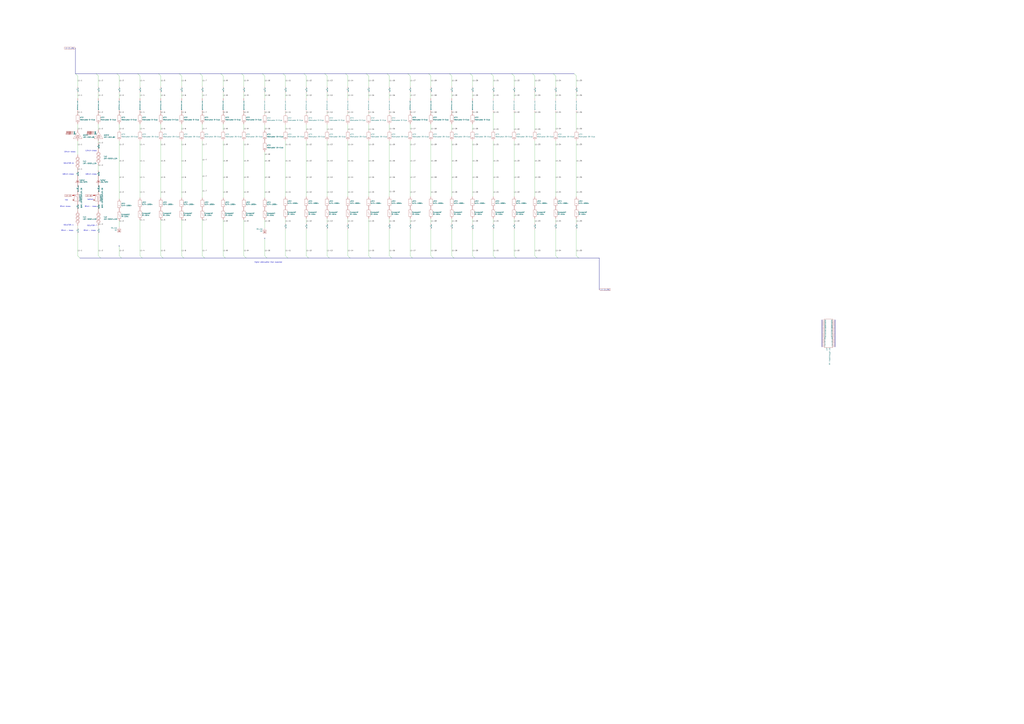
<source format=kicad_sch>
(kicad_sch (version 20230121) (generator eeschema)
  (paper "A0")
  (no_connect (at 954.405 391.16))
  (no_connect (at 954.405 378.46))
  (no_connect (at 954.405 393.7))
  (no_connect (at 969.645 377.19))
  (no_connect (at 969.645 394.97))
  (no_connect (at 969.645 401.32))
  (no_connect (at 954.405 377.19))
  (no_connect (at 954.405 384.81))
  (no_connect (at 954.405 394.97))
  (no_connect (at 969.645 398.78))
  (no_connect (at 954.405 397.51))
  (no_connect (at 969.645 384.81))
  (no_connect (at 969.645 373.38))
  (no_connect (at 954.405 398.78))
  (no_connect (at 954.405 382.27))
  (no_connect (at 969.645 391.16))
  (no_connect (at 954.405 373.38))
  (no_connect (at 969.645 396.24))
  (no_connect (at 969.645 379.73))
  (no_connect (at 969.645 386.08))
  (no_connect (at 969.645 383.54))
  (no_connect (at 969.645 381))
  (no_connect (at 954.405 383.54))
  (no_connect (at 138.43 285.75))
  (no_connect (at 954.405 375.92))
  (no_connect (at 954.405 386.08))
  (no_connect (at 307.34 276.86))
  (no_connect (at 954.405 392.43))
  (no_connect (at 954.405 401.32))
  (no_connect (at 954.405 379.73))
  (no_connect (at 969.645 378.46))
  (no_connect (at 969.645 374.65))
  (no_connect (at 954.405 374.65))
  (no_connect (at 969.645 402.59))
  (no_connect (at 969.645 387.35))
  (no_connect (at 969.645 388.62))
  (no_connect (at 969.645 389.89))
  (no_connect (at 954.405 402.59))
  (no_connect (at 969.645 392.43))
  (no_connect (at 969.645 372.11))
  (no_connect (at 969.645 375.92))
  (no_connect (at 954.405 372.11))
  (no_connect (at 969.645 400.05))
  (no_connect (at 969.645 397.51))
  (no_connect (at 954.405 381))
  (no_connect (at 969.645 393.7))
  (no_connect (at 954.405 389.89))
  (no_connect (at 954.405 387.35))
  (no_connect (at 954.405 400.05))
  (no_connect (at 954.405 396.24))
  (no_connect (at 954.405 388.62))
  (no_connect (at 969.645 382.27))
  (bus_entry (at 331.47 88.265) (size -2.54 -2.54))
  (bus_entry (at 259.08 88.265) (size -2.54 -2.54))
  (bus_entry (at 524.51 88.265) (size -2.54 -2.54))
  (bus_entry (at 452.12 88.265) (size -2.54 -2.54))
  (bus_entry (at 645.16 297.18) (size 2.54 2.54))
  (bus_entry (at 186.69 88.265) (size -2.54 -2.54))
  (bus_entry (at 452.12 297.18) (size 2.54 2.54))
  (bus_entry (at 500.38 88.265) (size -2.54 -2.54))
  (bus_entry (at 210.82 88.265) (size -2.54 -2.54))
  (bus_entry (at 500.38 297.18) (size 2.54 2.54))
  (bus_entry (at 379.73 88.265) (size -2.54 -2.54))
  (bus_entry (at 210.82 297.18) (size 2.54 2.54))
  (bus_entry (at 138.43 297.18) (size 2.54 2.54))
  (bus_entry (at 90.17 88.265) (size -2.54 -2.54))
  (bus_entry (at 427.99 297.18) (size 2.54 2.54))
  (bus_entry (at 234.95 88.265) (size -2.54 -2.54))
  (bus_entry (at 90.17 297.18) (size 2.54 2.54))
  (bus_entry (at 476.25 297.18) (size 2.54 2.54))
  (bus_entry (at 331.47 297.18) (size 2.54 2.54))
  (bus_entry (at 621.03 88.265) (size -2.54 -2.54))
  (bus_entry (at 669.29 297.18) (size 2.54 2.54))
  (bus_entry (at 162.56 297.18) (size 2.54 2.54))
  (bus_entry (at 283.21 297.18) (size 2.54 2.54))
  (bus_entry (at 596.9 297.18) (size 2.54 2.54))
  (bus_entry (at 307.34 297.18) (size 2.54 2.54))
  (bus_entry (at 355.6 88.265) (size -2.54 -2.54))
  (bus_entry (at 259.08 297.18) (size 2.54 2.54))
  (bus_entry (at 162.56 88.265) (size -2.54 -2.54))
  (bus_entry (at 307.34 88.265) (size -2.54 -2.54))
  (bus_entry (at 186.69 297.18) (size 2.54 2.54))
  (bus_entry (at 548.64 88.265) (size -2.54 -2.54))
  (bus_entry (at 379.73 297.18) (size 2.54 2.54))
  (bus_entry (at 114.3 88.265) (size -2.54 -2.54))
  (bus_entry (at 548.64 297.18) (size 2.54 2.54))
  (bus_entry (at 572.77 88.265) (size -2.54 -2.54))
  (bus_entry (at 114.3 297.18) (size 2.54 2.54))
  (bus_entry (at 355.6 297.18) (size 2.54 2.54))
  (bus_entry (at 524.51 297.18) (size 2.54 2.54))
  (bus_entry (at 645.16 88.265) (size -2.54 -2.54))
  (bus_entry (at 427.99 88.265) (size -2.54 -2.54))
  (bus_entry (at 403.86 88.265) (size -2.54 -2.54))
  (bus_entry (at 403.86 297.18) (size 2.54 2.54))
  (bus_entry (at 669.29 88.265) (size -2.54 -2.54))
  (bus_entry (at 621.03 297.18) (size 2.54 2.54))
  (bus_entry (at 234.95 297.18) (size 2.54 2.54))
  (bus_entry (at 138.43 88.265) (size -2.54 -2.54))
  (bus_entry (at 596.9 88.265) (size -2.54 -2.54))
  (bus_entry (at 283.21 88.265) (size -2.54 -2.54))
  (bus_entry (at 476.25 88.265) (size -2.54 -2.54))
  (bus_entry (at 572.77 297.18) (size 2.54 2.54))
  (wire (pts (xy 210.82 255.27) (xy 210.82 297.18)))
  (wire (pts (xy 645.16 163.83) (xy 645.16 228.6)))
  (bus (pts (xy 642.62 85.725) (xy 618.49 85.725)))
  (wire (pts (xy 403.86 266.7) (xy 403.86 297.18)))
  (wire (pts (xy 476.25 88.265) (xy 476.25 100.33)))
  (wire (pts (xy 114.3 243.84) (xy 114.3 244.475)))
  (wire (pts (xy 596.9 266.7) (xy 596.9 297.18)))
  (bus (pts (xy 208.28 85.725) (xy 184.15 85.725)))
  (wire (pts (xy 572.77 88.265) (xy 572.77 100.33)))
  (bus (pts (xy 213.36 299.72) (xy 237.49 299.72)))
  (wire (pts (xy 162.56 255.27) (xy 162.56 297.18)))
  (wire (pts (xy 500.38 266.7) (xy 500.38 297.18)))
  (wire (pts (xy 379.73 254) (xy 379.73 259.08)))
  (wire (pts (xy 572.77 107.95) (xy 572.77 114.3)))
  (wire (pts (xy 259.08 144.145) (xy 259.08 151.13)))
  (bus (pts (xy 87.63 85.725) (xy 87.63 55.88)))
  (bus (pts (xy 140.97 299.72) (xy 165.1 299.72)))
  (wire (pts (xy 186.69 130.81) (xy 186.69 131.445)))
  (wire (pts (xy 476.25 254) (xy 476.25 259.08)))
  (wire (pts (xy 645.16 107.95) (xy 645.16 114.3)))
  (wire (pts (xy 355.6 88.265) (xy 355.6 100.33)))
  (bus (pts (xy 328.93 85.725) (xy 304.8 85.725)))
  (wire (pts (xy 500.38 88.265) (xy 500.38 100.33)))
  (wire (pts (xy 669.29 163.83) (xy 669.29 228.6)))
  (wire (pts (xy 186.69 107.95) (xy 186.69 114.3)))
  (bus (pts (xy 623.57 299.72) (xy 647.7 299.72)))
  (wire (pts (xy 500.38 163.83) (xy 500.38 228.6)))
  (wire (pts (xy 355.6 107.95) (xy 355.6 114.3)))
  (wire (pts (xy 524.51 107.95) (xy 524.51 114.3)))
  (wire (pts (xy 90.17 144.145) (xy 90.17 150.495)))
  (wire (pts (xy 452.12 163.83) (xy 452.12 228.6)))
  (wire (pts (xy 114.3 262.255) (xy 114.3 264.16)))
  (wire (pts (xy 476.25 107.95) (xy 476.25 114.3)))
  (wire (pts (xy 331.47 130.81) (xy 331.47 132.08)))
  (bus (pts (xy 353.06 85.725) (xy 328.93 85.725)))
  (wire (pts (xy 572.77 130.81) (xy 572.77 151.13)))
  (wire (pts (xy 500.38 130.81) (xy 500.38 131.445)))
  (wire (pts (xy 524.51 130.81) (xy 524.51 131.445)))
  (wire (pts (xy 331.47 163.83) (xy 331.47 228.6)))
  (wire (pts (xy 162.56 130.81) (xy 162.56 131.445)))
  (wire (pts (xy 427.99 254) (xy 427.99 297.18)))
  (wire (pts (xy 500.38 144.145) (xy 500.38 151.13)))
  (wire (pts (xy 307.34 176.53) (xy 307.34 229.87)))
  (wire (pts (xy 379.73 107.95) (xy 379.73 114.3)))
  (bus (pts (xy 497.84 85.725) (xy 473.71 85.725)))
  (wire (pts (xy 645.16 266.7) (xy 645.16 297.18)))
  (bus (pts (xy 256.54 85.725) (xy 232.41 85.725)))
  (wire (pts (xy 90.17 130.81) (xy 90.17 131.445)))
  (bus (pts (xy 377.19 85.725) (xy 353.06 85.725)))
  (wire (pts (xy 669.29 130.81) (xy 669.29 151.13)))
  (wire (pts (xy 90.17 197.485) (xy 90.17 198.12)))
  (wire (pts (xy 355.6 266.7) (xy 355.6 297.18)))
  (wire (pts (xy 307.34 130.81) (xy 307.34 132.08)))
  (bus (pts (xy 521.97 85.725) (xy 497.84 85.725)))
  (wire (pts (xy 307.34 88.265) (xy 307.34 100.33)))
  (bus (pts (xy 160.02 85.725) (xy 135.89 85.725)))
  (wire (pts (xy 476.25 266.7) (xy 476.25 297.18)))
  (bus (pts (xy 334.01 299.72) (xy 358.14 299.72)))
  (wire (pts (xy 234.95 255.27) (xy 234.95 297.18)))
  (bus (pts (xy 309.88 299.72) (xy 334.01 299.72)))
  (wire (pts (xy 355.6 163.83) (xy 355.6 228.6)))
  (wire (pts (xy 114.3 191.77) (xy 114.3 198.12)))
  (wire (pts (xy 572.77 266.7) (xy 572.77 297.18)))
  (wire (pts (xy 307.34 107.95) (xy 307.34 114.3)))
  (bus (pts (xy 551.18 299.72) (xy 575.31 299.72)))
  (wire (pts (xy 452.12 130.81) (xy 452.12 132.08)))
  (wire (pts (xy 669.29 266.7) (xy 669.29 297.18)))
  (wire (pts (xy 621.03 254) (xy 621.03 259.08)))
  (bus (pts (xy 449.58 85.725) (xy 425.45 85.725)))
  (bus (pts (xy 135.89 85.725) (xy 111.76 85.725)))
  (wire (pts (xy 452.12 107.95) (xy 452.12 114.3)))
  (wire (pts (xy 138.43 144.145) (xy 138.43 151.13)))
  (wire (pts (xy 283.21 130.81) (xy 283.21 131.445)))
  (bus (pts (xy 189.23 299.72) (xy 213.36 299.72)))
  (wire (pts (xy 90.17 243.84) (xy 90.17 244.475)))
  (wire (pts (xy 452.12 266.7) (xy 452.12 297.18)))
  (wire (pts (xy 283.21 107.95) (xy 283.21 114.3)))
  (wire (pts (xy 114.3 88.265) (xy 114.3 100.33)))
  (wire (pts (xy 234.95 107.95) (xy 234.95 114.3)))
  (bus (pts (xy 695.96 299.72) (xy 695.96 336.55)))
  (wire (pts (xy 283.21 163.83) (xy 283.21 229.87)))
  (bus (pts (xy 430.53 299.72) (xy 454.66 299.72)))
  (wire (pts (xy 596.9 163.83) (xy 596.9 228.6)))
  (wire (pts (xy 331.47 254) (xy 331.47 259.08)))
  (wire (pts (xy 452.12 144.78) (xy 452.12 151.13)))
  (wire (pts (xy 403.86 107.95) (xy 403.86 114.3)))
  (wire (pts (xy 476.25 144.145) (xy 476.25 150.495)))
  (bus (pts (xy 261.62 299.72) (xy 285.75 299.72)))
  (wire (pts (xy 379.73 266.7) (xy 379.73 297.18)))
  (bus (pts (xy 358.14 299.72) (xy 382.27 299.72)))
  (wire (pts (xy 548.64 144.145) (xy 548.64 151.13)))
  (bus (pts (xy 594.36 85.725) (xy 570.23 85.725)))
  (wire (pts (xy 403.86 144.78) (xy 403.86 151.13)))
  (wire (pts (xy 307.34 144.78) (xy 307.34 151.13)))
  (wire (pts (xy 331.47 107.95) (xy 331.47 114.3)))
  (wire (pts (xy 596.9 254) (xy 596.9 259.08)))
  (wire (pts (xy 427.99 144.78) (xy 427.99 151.13)))
  (wire (pts (xy 138.43 163.83) (xy 138.43 231.14)))
  (wire (pts (xy 90.17 262.255) (xy 90.17 264.16)))
  (wire (pts (xy 234.95 88.265) (xy 234.95 100.33)))
  (bus (pts (xy 546.1 85.725) (xy 521.97 85.725)))
  (wire (pts (xy 596.9 88.265) (xy 596.9 100.33)))
  (wire (pts (xy 572.77 163.83) (xy 572.77 228.6)))
  (wire (pts (xy 524.51 266.7) (xy 524.51 297.18)))
  (wire (pts (xy 210.82 144.145) (xy 210.82 151.13)))
  (wire (pts (xy 524.51 88.265) (xy 524.51 100.33)))
  (wire (pts (xy 186.69 144.145) (xy 186.69 151.13)))
  (wire (pts (xy 403.86 254) (xy 403.86 259.08)))
  (wire (pts (xy 138.43 88.265) (xy 138.43 100.33)))
  (wire (pts (xy 138.43 130.81) (xy 138.43 131.445)))
  (wire (pts (xy 500.38 107.95) (xy 500.38 114.3)))
  (wire (pts (xy 500.38 254) (xy 500.38 259.08)))
  (bus (pts (xy 280.67 85.725) (xy 256.54 85.725)))
  (wire (pts (xy 524.51 254) (xy 524.51 259.08)))
  (bus (pts (xy 92.71 299.72) (xy 116.84 299.72)))
  (wire (pts (xy 259.08 255.27) (xy 259.08 297.18)))
  (bus (pts (xy 570.23 85.725) (xy 546.1 85.725)))
  (wire (pts (xy 259.08 107.95) (xy 259.08 114.3)))
  (wire (pts (xy 452.12 254) (xy 452.12 259.08)))
  (wire (pts (xy 90.17 163.83) (xy 90.17 179.705)))
  (wire (pts (xy 476.25 163.83) (xy 476.25 228.6)))
  (wire (pts (xy 621.03 130.81) (xy 621.03 151.13)))
  (wire (pts (xy 476.25 130.81) (xy 476.25 131.445)))
  (bus (pts (xy 502.92 299.72) (xy 527.05 299.72)))
  (wire (pts (xy 524.51 144.145) (xy 524.51 151.13)))
  (wire (pts (xy 331.47 88.265) (xy 331.47 100.33)))
  (wire (pts (xy 379.73 163.83) (xy 379.73 228.6)))
  (wire (pts (xy 403.86 163.83) (xy 403.86 228.6)))
  (bus (pts (xy 527.05 299.72) (xy 551.18 299.72)))
  (bus (pts (xy 671.83 299.72) (xy 695.96 299.72)))
  (wire (pts (xy 379.73 88.265) (xy 379.73 100.33)))
  (bus (pts (xy 454.66 299.72) (xy 478.79 299.72)))
  (wire (pts (xy 427.99 88.265) (xy 427.99 100.33)))
  (wire (pts (xy 162.56 107.95) (xy 162.56 114.3)))
  (wire (pts (xy 355.6 130.81) (xy 355.6 132.08)))
  (wire (pts (xy 210.82 130.81) (xy 210.82 131.445)))
  (wire (pts (xy 596.9 107.95) (xy 596.9 114.3)))
  (wire (pts (xy 210.82 88.265) (xy 210.82 100.33)))
  (wire (pts (xy 645.16 254) (xy 645.16 259.08)))
  (wire (pts (xy 283.21 255.27) (xy 283.21 297.18)))
  (wire (pts (xy 355.6 144.78) (xy 355.6 151.13)))
  (bus (pts (xy 237.49 299.72) (xy 261.62 299.72)))
  (wire (pts (xy 548.64 130.81) (xy 548.64 131.445)))
  (wire (pts (xy 452.12 88.265) (xy 452.12 100.33)))
  (wire (pts (xy 572.77 254) (xy 572.77 259.08)))
  (wire (pts (xy 548.64 267.335) (xy 548.64 297.18)))
  (wire (pts (xy 259.08 88.265) (xy 259.08 100.33)))
  (bus (pts (xy 285.75 299.72) (xy 309.88 299.72)))
  (wire (pts (xy 621.03 107.95) (xy 621.03 114.3)))
  (bus (pts (xy 165.1 299.72) (xy 189.23 299.72)))
  (wire (pts (xy 90.17 107.95) (xy 90.17 114.3)))
  (wire (pts (xy 548.64 107.95) (xy 548.64 114.3)))
  (wire (pts (xy 427.99 163.83) (xy 427.99 228.6)))
  (wire (pts (xy 259.08 163.83) (xy 259.08 229.87)))
  (wire (pts (xy 548.64 254) (xy 548.64 259.715)))
  (bus (pts (xy 304.8 85.725) (xy 280.67 85.725)))
  (bus (pts (xy 599.44 299.72) (xy 623.57 299.72)))
  (wire (pts (xy 162.56 163.83) (xy 162.56 229.87)))
  (bus (pts (xy 382.27 299.72) (xy 406.4 299.72)))
  (wire (pts (xy 427.99 130.81) (xy 427.99 132.08)))
  (wire (pts (xy 186.69 255.27) (xy 186.69 297.18)))
  (wire (pts (xy 138.43 256.54) (xy 138.43 263.525)))
  (wire (pts (xy 379.73 130.81) (xy 379.73 132.08)))
  (wire (pts (xy 259.08 130.81) (xy 259.08 131.445)))
  (wire (pts (xy 621.03 88.265) (xy 621.03 100.33)))
  (wire (pts (xy 379.73 144.78) (xy 379.73 151.13)))
  (wire (pts (xy 331.47 266.7) (xy 331.47 297.18)))
  (wire (pts (xy 307.34 276.86) (xy 307.34 297.18)))
  (wire (pts (xy 138.43 285.75) (xy 138.43 297.18)))
  (wire (pts (xy 548.64 163.83) (xy 548.64 228.6)))
  (wire (pts (xy 114.3 163.83) (xy 114.3 166.37)))
  (bus (pts (xy 401.32 85.725) (xy 377.19 85.725)))
  (wire (pts (xy 162.56 144.145) (xy 162.56 151.13)))
  (wire (pts (xy 669.29 254) (xy 669.29 259.08)))
  (wire (pts (xy 114.3 130.81) (xy 114.3 131.445)))
  (wire (pts (xy 186.69 88.265) (xy 186.69 100.33)))
  (wire (pts (xy 331.47 144.78) (xy 331.47 151.13)))
  (bus (pts (xy 478.79 299.72) (xy 502.92 299.72)))
  (wire (pts (xy 548.64 88.265) (xy 548.64 100.33)))
  (wire (pts (xy 114.3 107.95) (xy 114.3 114.3)))
  (bus (pts (xy 473.71 85.725) (xy 449.58 85.725)))
  (wire (pts (xy 210.82 163.83) (xy 210.82 229.87)))
  (wire (pts (xy 403.86 130.81) (xy 403.86 132.08)))
  (wire (pts (xy 645.16 130.81) (xy 645.16 151.13)))
  (wire (pts (xy 621.03 266.7) (xy 621.03 297.18)))
  (wire (pts (xy 645.16 88.265) (xy 645.16 100.33)))
  (bus (pts (xy 425.45 85.725) (xy 401.32 85.725)))
  (wire (pts (xy 283.21 144.145) (xy 283.21 151.13)))
  (wire (pts (xy 162.56 88.265) (xy 162.56 100.33)))
  (bus (pts (xy 618.49 85.725) (xy 594.36 85.725)))
  (wire (pts (xy 283.21 88.265) (xy 283.21 100.33)))
  (wire (pts (xy 669.29 88.265) (xy 669.29 100.33)))
  (wire (pts (xy 307.34 255.27) (xy 307.34 264.795)))
  (wire (pts (xy 90.17 271.78) (xy 90.17 297.18)))
  (wire (pts (xy 90.17 88.265) (xy 90.17 100.33)))
  (wire (pts (xy 138.43 107.95) (xy 138.43 114.3)))
  (bus (pts (xy 666.75 85.725) (xy 642.62 85.725)))
  (wire (pts (xy 621.03 163.83) (xy 621.03 228.6)))
  (wire (pts (xy 234.95 163.83) (xy 234.95 229.87)))
  (wire (pts (xy 524.51 163.83) (xy 524.51 228.6)))
  (bus (pts (xy 116.84 299.72) (xy 140.97 299.72)))
  (wire (pts (xy 355.6 254) (xy 355.6 259.08)))
  (wire (pts (xy 427.99 107.95) (xy 427.99 114.3)))
  (wire (pts (xy 669.29 107.95) (xy 669.29 114.3)))
  (bus (pts (xy 406.4 299.72) (xy 430.53 299.72)))
  (wire (pts (xy 234.95 144.145) (xy 234.95 151.13)))
  (bus (pts (xy 111.76 85.725) (xy 87.63 85.725)))
  (wire (pts (xy 234.95 130.81) (xy 234.95 131.445)))
  (bus (pts (xy 232.41 85.725) (xy 208.28 85.725)))
  (bus (pts (xy 184.15 85.725) (xy 160.02 85.725)))
  (wire (pts (xy 596.9 130.81) (xy 596.9 151.13)))
  (bus (pts (xy 575.31 299.72) (xy 599.44 299.72)))
  (wire (pts (xy 210.82 107.95) (xy 210.82 114.3)))
  (wire (pts (xy 114.3 271.78) (xy 114.3 297.18)))
  (wire (pts (xy 403.86 88.265) (xy 403.86 100.33)))
  (wire (pts (xy 114.3 144.145) (xy 114.3 150.495)))
  (wire (pts (xy 186.69 163.83) (xy 186.69 229.87)))
  (bus (pts (xy 647.7 299.72) (xy 671.83 299.72)))
  (text "ISOLATOR-7" (at 100.965 262.89 0) (effects (font (size 1.27 1.27)) (justify left bottom)))
  (text "8inch - brass" (at 71.12 268.605 0) (effects (font (size 1.27 1.27)) (justify left bottom)))
  (text "8inch - brass" (at 97.155 268.605 0) (effects (font (size 1.27 1.27)) (justify left bottom)))
  (text "12inch-brass" (at 74.295 177.165 0) (effects (font (size 1.27 1.27)) (justify left bottom)))
  (text "ISOLATOR-4" (at 73.66 262.255 0) (effects (font (size 1.27 1.27)) (justify left bottom)))
  (text "12inch-brass" (at 99.06 175.895 0) (effects (font (size 1.27 1.27)) (justify left bottom)))
  (text "ISOLATOR-6" (at 73.66 190.5 0) (effects (font (size 1.27 1.27)) (justify left bottom)))
  (text "higher attenuation than expected\n" (at 295.275 305.435 0) (effects (font (size 1.27 1.27)) (justify left bottom)))
  (text "top" (at 75.565 233.045 0) (effects (font (size 1.27 1.27)) (justify left bottom)))
  (text "18inch-brass" (at 72.39 203.2 0) (effects (font (size 1.27 1.27)) (justify left bottom)))
  (text "bottom\n" (at 101.6 232.41 0) (effects (font (size 1.27 1.27)) (justify left bottom)))
  (text "8inch - brass" (at 98.425 240.665 0) (effects (font (size 1.27 1.27)) (justify left bottom)))
  (text "18inch-brass" (at 99.06 203.2 0) (effects (font (size 1.27 1.27)) (justify left bottom)))
  (text "8inch-brass" (at 69.85 240.665 0) (effects (font (size 1.27 1.27)) (justify left bottom)))
  (label "L1-20" (at 548.64 207.01 0))
  (label "L1-6" (at 210.82 131.445 0))
  (label "L1-19" (at 524.51 94.615 0))
  (label "L1-16" (at 452.12 150.495 0))
  (label "L1-20" (at 548.64 292.1 0))
  (label "L1-15" (at 427.99 168.91 0))
  (label "L1-21" (at 572.77 94.615 0))
  (label "L1-21" (at 572.77 224.155 0))
  (label "L1-10" (at 307.34 111.76 0))
  (label "L1-23" (at 621.03 224.155 0))
  (label "L1-25" (at 669.29 94.615 0))
  (label "L1-24" (at 645.16 150.495 0))
  (label "L1-2" (at 114.3 131.445 0))
  (label "L1-2" (at 114.3 94.615 0))
  (label "L1-14" (at 403.86 257.81 0))
  (label "L1-7" (at 234.95 94.615 0))
  (label "L1-4" (at 162.56 94.615 0))
  (label "L1-22" (at 596.9 111.76 0))
  (label "L1-24" (at 645.16 168.91 0))
  (label "L1-10" (at 307.34 187.96 0))
  (label "L1-16" (at 452.12 223.52 0))
  (label "L1-4" (at 162.56 187.96 0))
  (label "L1-5" (at 186.69 111.76 0))
  (label "L1-7" (at 234.95 111.76 0))
  (label "L1-23" (at 621.03 292.1 0))
  (label "L1-7" (at 234.95 292.1 0))
  (label "L1-11" (at 331.47 131.445 0))
  (label "L1-4" (at 162.56 207.01 0))
  (label "L1-1" (at 90.17 94.615 0))
  (label "L1-20" (at 548.64 187.96 0))
  (label "L1-1" (at 90.17 150.495 0))
  (label "L1-5" (at 186.69 224.155 0))
  (label "L1-17" (at 476.25 207.01 0))
  (label "L1-10" (at 307.34 180.34 0))
  (label "L1-4" (at 162.56 292.1 0))
  (label "L1-12" (at 355.6 224.155 0))
  (label "L1-13" (at 379.73 292.1 0))
  (label "L1-14" (at 403.86 292.1 0))
  (label "L1-3" (at 138.43 187.96 0))
  (label "L1-21" (at 572.77 207.01 0))
  (label "L1-15" (at 427.99 131.445 0))
  (label "L1-13" (at 379.73 94.615 0))
  (label "L1-5" (at 186.69 94.615 0))
  (label "L1-6" (at 210.82 224.155 0))
  (label "L1-3" (at 138.43 224.155 0))
  (label "L1-22" (at 596.9 224.155 0))
  (label "L1-21" (at 572.77 111.76 0))
  (label "L1-25" (at 669.29 224.155 0))
  (label "L1-3" (at 138.43 207.01 0))
  (label "L1-2" (at 114.3 292.1 0))
  (label "L1-7" (at 234.95 205.74 0))
  (label "L1-19" (at 524.51 150.495 0))
  (label "L1-15" (at 427.99 94.615 0))
  (label "L1-6" (at 210.82 256.54 0))
  (label "L1-9" (at 283.21 111.76 0))
  (label "L1-9" (at 283.21 292.1 0))
  (label "L1-8" (at 259.08 224.155 0))
  (label "L1-2" (at 114.3 167.005 0))
  (label "L1-14" (at 403.86 94.615 0))
  (label "L1-11" (at 331.47 94.615 0))
  (label "L1-8" (at 259.08 207.01 0))
  (label "L1-14" (at 403.86 187.96 0))
  (label "L1-14" (at 403.86 151.13 0))
  (label "L1-9" (at 283.21 94.615 0))
  (label "L1-12" (at 355.6 257.81 0))
  (label "L1-17" (at 476.25 150.495 0))
  (label "L1-2" (at 114.3 111.76 0))
  (label "L1-6" (at 210.82 207.01 0))
  (label "L1-1" (at 90.17 168.91 0))
  (label "L1-19" (at 524.51 257.81 0))
  (label "L1-16" (at 452.12 111.76 0))
  (label "L1-18" (at 500.38 187.96 0))
  (label "L1-25" (at 669.29 150.495 0))
  (label "L1-21" (at 572.77 151.13 0))
  (label "L1-11" (at 331.47 187.96 0))
  (label "L1-14" (at 403.86 224.155 0))
  (label "L1-25" (at 669.29 207.01 0))
  (label "L1-5" (at 186.69 168.91 0))
  (label "L1-14" (at 403.86 207.01 0))
  (label "L1-15" (at 427.99 207.01 0))
  (label "L1-3" (at 138.43 150.495 0))
  (label "L1-17" (at 476.25 168.91 0))
  (label "L1-21" (at 572.77 187.96 0))
  (label "L1-6" (at 210.82 187.96 0))
  (label "L1-7" (at 234.95 131.445 0))
  (label "L1-20" (at 548.64 111.76 0))
  (label "L1-23" (at 621.03 151.13 0))
  (label "L1-22" (at 596.9 151.13 0))
  (label "L1-13" (at 379.73 151.13 0))
  (label "L1-12" (at 355.6 111.76 0))
  (label "L1-23" (at 621.03 187.96 0))
  (label "L1-5" (at 186.69 207.01 0))
  (label "L1-22" (at 596.9 131.445 0))
  (label "L1-18" (at 500.38 94.615 0))
  (label "L1-16" (at 452.12 187.96 0))
  (label "L1-12" (at 355.6 207.01 0))
  (label "L1-13" (at 379.73 131.445 0))
  (label "L1-20" (at 548.64 131.445 0))
  (label "L1-4" (at 162.56 168.91 0))
  (label "L1-25" (at 669.29 111.76 0))
  (label "L1-2" (at 114.3 150.495 0))
  (label "L1-13" (at 379.73 111.76 0))
  (label "L1-8" (at 259.08 292.1 0))
  (label "L1-20" (at 548.64 257.81 0))
  (label "L1-21" (at 572.77 257.81 0))
  (label "L1-8" (at 259.08 150.495 0))
  (label "L1-16" (at 452.12 207.01 0))
  (label "L1-18" (at 500.38 168.91 0))
  (label "L1-18" (at 500.38 131.445 0))
  (label "L1-20" (at 548.64 168.91 0))
  (label "L1-5" (at 186.69 187.96 0))
  (label "L1-23" (at 621.03 207.01 0))
  (label "L1-20" (at 548.64 150.495 0))
  (label "L1-18" (at 500.38 150.495 0))
  (label "L1-5" (at 186.69 256.54 0))
  (label "L1-6" (at 210.82 111.76 0))
  (label "L1-25" (at 669.29 187.96 0))
  (label "L1-24" (at 645.16 94.615 0))
  (label "L1-11" (at 331.47 224.155 0))
  (label "L1-10" (at 307.34 94.615 0))
  (label "L1-7" (at 234.95 150.495 0))
  (label "L1-19" (at 524.51 207.01 0))
  (label "L1-4" (at 162.56 224.155 0))
  (label "L1-22" (at 596.9 292.1 0))
  (label "L1-4" (at 162.56 150.495 0))
  (label "L1-24" (at 645.16 224.155 0))
  (label "L1-19" (at 524.51 131.445 0))
  (label "L1-25" (at 669.29 168.91 0))
  (label "L1-15" (at 427.99 224.155 0))
  (label "L1-3" (at 138.43 168.91 0))
  (label "L1-12" (at 355.6 94.615 0))
  (label "L1-13" (at 379.73 207.01 0))
  (label "L1-4" (at 162.56 256.54 0))
  (label "L1-17" (at 476.25 224.155 0))
  (label "L1-16" (at 452.12 94.615 0))
  (label "L1-17" (at 476.25 257.81 0))
  (label "L1-16" (at 452.12 257.81 0))
  (label "L1-8" (at 259.08 168.91 0))
  (label "L1-8" (at 259.08 111.76 0))
  (label "L1-8" (at 259.08 131.445 0))
  (label "L1-7" (at 234.95 222.885 0))
  (label "L1-19" (at 524.51 292.1 0))
  (label "L1-9" (at 283.21 168.91 0))
  (label "L1-1" (at 90.17 292.1 0))
  (label "L1-24" (at 645.16 131.445 0))
  (label "L1-18" (at 500.38 224.155 0))
  (label "L1-19" (at 524.51 111.76 0))
  (label "L1-15" (at 427.99 151.13 0))
  (label "L1-9" (at 283.21 187.96 0))
  (label "L1-9" (at 283.21 150.495 0))
  (label "L1-11" (at 331.47 168.91 0))
  (label "L1-21" (at 572.77 168.91 0))
  (label "L1-1" (at 90.17 111.76 0))
  (label "L1-25" (at 669.29 292.1 0))
  (label "L1-6" (at 210.82 292.1 0))
  (label "L1-11" (at 331.47 207.01 0))
  (label "L1-3" (at 138.43 94.615 0))
  (label "L1-9" (at 283.21 224.155 0))
  (label "L1-12" (at 355.6 168.91 0))
  (label "L1-16" (at 452.12 292.1 0))
  (label "L1-20" (at 548.64 94.615 0))
  (label "L1-10" (at 307.34 150.495 0))
  (label "L1-5" (at 186.69 150.495 0))
  (label "L1-25" (at 669.29 131.445 0))
  (label "L1-9" (at 283.21 131.445 0))
  (label "L1-18" (at 500.38 257.81 0))
  (label "L1-19" (at 524.51 168.91 0))
  (label "L1-15" (at 427.99 187.96 0))
  (label "L1-18" (at 500.38 207.01 0))
  (label "L1-24" (at 645.16 187.96 0))
  (label "L1-23" (at 621.03 168.91 0))
  (label "L1-17" (at 476.25 94.615 0))
  (label "L1-3" (at 138.43 111.76 0))
  (label "L1-9" (at 283.21 207.01 0))
  (label "L1-12" (at 355.6 187.96 0))
  (label "L1-19" (at 524.51 187.96 0))
  (label "L1-6" (at 210.82 94.615 0))
  (label "L1-14" (at 403.86 131.445 0))
  (label "L1-11" (at 331.47 257.81 0))
  (label "L1-22" (at 596.9 94.615 0))
  (label "L1-17" (at 476.25 187.96 0))
  (label "L1-10" (at 307.34 257.81 0))
  (label "L1-22" (at 596.9 168.91 0))
  (label "L1-16" (at 452.12 168.91 0))
  (label "L1-15" (at 427.99 292.1 0))
  (label "L1-3" (at 138.43 257.81 0))
  (label "L1-10" (at 307.34 224.155 0))
  (label "L1-8" (at 259.08 94.615 0))
  (label "L1-19" (at 524.51 224.155 0))
  (label "L1-7" (at 234.95 256.54 0))
  (label "L1-12" (at 355.6 131.445 0))
  (label "L1-6" (at 210.82 168.91 0))
  (label "L1-15" (at 427.99 257.81 0))
  (label "L1-16" (at 452.12 131.445 0))
  (label "L1-13" (at 379.73 257.81 0))
  (label "L1-2" (at 114.3 193.04 0))
  (label "L1-12" (at 355.6 292.1 0))
  (label "L1-23" (at 621.03 111.76 0))
  (label "L1-13" (at 379.73 187.96 0))
  (label "L1-1" (at 90.17 197.485 0))
  (label "L1-6" (at 210.82 150.495 0))
  (label "L1-3" (at 138.43 131.445 0))
  (label "L1-20" (at 548.64 224.155 0))
  (label "L1-24" (at 645.16 292.1 0))
  (label "L1-14" (at 403.86 168.91 0))
  (label "L1-8" (at 259.08 257.81 0))
  (label "L1-8" (at 259.08 187.96 0))
  (label "L1-13" (at 379.73 224.155 0))
  (label "L1-23" (at 621.03 94.615 0))
  (label "L1-23" (at 621.03 257.81 0))
  (label "L1-5" (at 186.69 131.445 0))
  (label "L1-10" (at 307.34 292.1 0))
  (label "L1-17" (at 476.25 131.445 0))
  (label "L1-11" (at 331.47 111.76 0))
  (label "L1-4" (at 162.56 111.76 0))
  (label "L1-14" (at 403.86 111.76 0))
  (label "L1-5" (at 186.69 292.1 0))
  (label "L1-11" (at 331.47 150.495 0))
  (label "L1-18" (at 500.38 111.76 0))
  (label "L1-13" (at 379.73 168.91 0))
  (label "L1-21" (at 572.77 131.445 0))
  (label "L1-11" (at 331.47 292.1 0))
  (label "L1-7" (at 234.95 186.69 0))
  (label "L1-4" (at 162.56 131.445 0))
  (label "L1-10" (at 307.34 131.445 0))
  (label "L1-12" (at 355.6 151.13 0))
  (label "L1-24" (at 645.16 207.01 0))
  (label "L1-17" (at 476.25 111.76 0))
  (label "L1-10" (at 307.34 207.01 0))
  (label "L1-18" (at 500.38 292.1 0))
  (label "L1-22" (at 596.9 207.01 0))
  (label "L1-24" (at 645.16 111.76 0))
  (label "L1-17" (at 476.25 292.1 0))
  (label "L1-15" (at 427.99 111.76 0))
  (label "L1-7" (at 234.95 168.91 0))
  (label "L1-9" (at 283.21 257.81 0))
  (label "L1-3" (at 138.43 292.1 0))
  (label "L1-25" (at 669.29 257.81 0))
  (label "L1-1" (at 90.17 131.445 0))
  (label "L1-22" (at 596.9 187.96 0))
  (label "L1-2" (at 114.3 261.62 0))
  (label "L1-23" (at 621.03 131.445 0))
  (label "L1-22" (at 596.9 257.81 0))
  (label "L1-24" (at 645.16 257.81 0))
  (label "L1-21" (at 572.77 292.1 0))
  (global_label "L1-2_Vd" (shape input) (at 106.68 154.305 180) (effects (font (size 0.64 0.64))) (property "Intersheetrefs" "${INTERSHEET_REFS}" (effects hide)))
  (global_label "L3-16" (shape input) (at 107.95 227.33 180) (property "Intersheetrefs" "${INTERSHEET_REFS}" (effects hide)))
  (global_label "L1-1_Vg" (shape input) (at 82.55 153.035 180) (effects (font (size 0.64 0.64))) (property "Intersheetrefs" "${INTERSHEET_REFS}" (effects hide)))
  (global_label "L1-[1..25]" (shape input) (at 695.96 336.55 0) (property "Intersheetrefs" "${INTERSHEET_REFS}" (effects hide)))
  (global_label "L1-2_gnd" (shape input) (at 106.68 155.575 180) (effects (font (size 0.64 0.64))) (property "Intersheetrefs" "${INTERSHEET_REFS}" (effects hide)))
  (global_label "L1-1_Vd" (shape input) (at 82.55 154.305 180) (effects (font (size 0.64 0.64))) (property "Intersheetrefs" "${INTERSHEET_REFS}" (effects hide)))
  (global_label "L1-2_Vg" (shape input) (at 106.68 153.035 180) (effects (font (size 0.64 0.64))) (property "Intersheetrefs" "${INTERSHEET_REFS}" (effects hide)))
  (global_label "L3-10" (shape input) (at 83.82 227.33 180) (property "Intersheetrefs" "${INTERSHEET_REFS}" (effects hide)))
  (global_label "L1-1_gnd" (shape input) (at 82.55 155.575 180) (effects (font (size 0.64 0.64))) (property "Intersheetrefs" "${INTERSHEET_REFS}" (effects hide)))
  (global_label "L1-[1..25]" (shape input) (at 87.63 55.88 180) (property "Intersheetrefs" "${INTERSHEET_REFS}" (effects hide)))
  (symbol (lib_id "Quantum Computing:COAX-6FT") (at 524.51 104.14 90) (unit 1)
    (property "Reference" "L:?" (at 523.875 104.14 0) (effects (font (size 0.64 0.64))))
    (property "Value" "COAX-6FT" (at 525.145 104.14 0) (effects (font (size 0.64 0.64))))
  )
  (symbol (lib_id "Quantum Computing:NbTi-RF-line") (at 283.21 122.555 90) (unit 1)
    (property "Reference" "LX-X?" (at 283.21 118.745 0) (effects (font (size 0.64 0.64))))
    (property "Value" "NbTi-RF-line" (at 283.21 124.46 0) (effects (font (size 0.64 0.64))))
  )
  (symbol (lib_id "Quantum Computing:IR-1GHz") (at 210.82 248.92 0) (unit 1) (on_board no)
    (property "Reference" "Eccosorb?" (at 213.106 247.904 0) (effects (justify left)))
    (property "Value" "IR-1GHz" (at 213.106 250.19 0) (effects (justify left)))
  )
  (symbol (lib_id "Quantum Computing:Attenuator 0-Cryo") (at 114.3 137.795 0) (unit 1) (on_board no)
    (property "Reference" "ATT?" (at 116.84 136.525 0) (effects (justify left)))
    (property "Value" "Attenuator 0-Cryo" (at 116.84 139.065 0) (effects (justify left)))
  )
  (symbol (lib_id "Quantum Computing:SMA-SMP") (at 621.03 262.89 90) (unit 1)
    (property "Reference" "L:?" (at 620.395 262.89 0) (effects (font (size 0.64 0.64))))
    (property "Value" "SMA-SMP" (at 621.665 262.89 0) (effects (font (size 0.64 0.64))))
  )
  (symbol (lib_id "Quantum Computing:IR-1GHz") (at 645.16 247.65 0) (unit 1) (on_board no)
    (property "Reference" "Eccosorb?" (at 647.446 246.634 0) (effects (justify left)))
    (property "Value" "IR-1GHz" (at 647.446 248.92 0) (effects (justify left)))
  )
  (symbol (lib_id "Quantum Computing:Attenuator 20-Cryo") (at 621.03 157.48 0) (unit 1) (on_board no)
    (property "Reference" "ATT?" (at 623.57 156.21 0) (effects (justify left)))
    (property "Value" "Attenuator 20-Cryo" (at 623.57 158.75 0) (effects (justify left)))
  )
  (symbol (lib_id "Quantum Computing:COAX-6FT") (at 186.69 104.14 90) (unit 1)
    (property "Reference" "L:?" (at 186.055 104.14 0) (effects (font (size 0.64 0.64))))
    (property "Value" "COAX-6FT" (at 187.325 104.14 0) (effects (font (size 0.64 0.64))))
  )
  (symbol (lib_id "Quantum Computing:LNF-LNC4_8C") (at 114.3 158.115 0) (unit 1) (on_board no)
    (property "Reference" "HEMT?" (at 120.396 157.099 0) (effects (justify left)))
    (property "Value" "LNF-LNC4_8C" (at 120.396 159.385 0) (effects (justify left)))
  )
  (symbol (lib_id "Quantum Computing:COAX-6FT") (at 572.77 104.14 90) (unit 1)
    (property "Reference" "L:?" (at 572.135 104.14 0) (effects (font (size 0.64 0.64))))
    (property "Value" "COAX-6FT" (at 573.405 104.14 0) (effects (font (size 0.64 0.64))))
  )
  (symbol (lib_id "Quantum Computing:LNF-LNC4_8C") (at 90.17 158.115 0) (unit 1) (on_board no)
    (property "Reference" "HEMT?" (at 96.266 157.099 0) (effects (justify left)))
    (property "Value" "LNF-LNC4_8C" (at 96.266 159.385 0) (effects (justify left)))
  )
  (symbol (lib_id "Quantum Computing:Attenuator 20-Cryo") (at 210.82 157.48 0) (unit 1) (on_board no)
    (property "Reference" "ATT?" (at 213.36 156.21 0) (effects (justify left)))
    (property "Value" "Attenuator 20-Cryo" (at 213.36 158.75 0) (effects (justify left)))
  )
  (symbol (lib_id "Quantum Computing:SMA-SMP") (at 524.51 262.89 90) (unit 1)
    (property "Reference" "L:?" (at 523.875 262.89 0) (effects (font (size 0.64 0.64))))
    (property "Value" "SMA-SMP" (at 525.145 262.89 0) (effects (font (size 0.64 0.64))))
  )
  (symbol (lib_id "Quantum Computing:SMA-SMP") (at 379.73 262.89 90) (unit 1)
    (property "Reference" "L:?" (at 379.095 262.89 0) (effects (font (size 0.64 0.64))))
    (property "Value" "SMA-SMP" (at 380.365 262.89 0) (effects (font (size 0.64 0.64))))
  )
  (symbol (lib_id "Quantum Computing:NbTi-RF-line") (at 210.82 122.555 90) (unit 1)
    (property "Reference" "LX-X?" (at 210.82 118.745 0) (effects (font (size 0.64 0.64))))
    (property "Value" "NbTi-RF-line" (at 210.82 124.46 0) (effects (font (size 0.64 0.64))))
  )
  (symbol (lib_id "Quantum Computing:Attenuator 0-Cryo") (at 186.69 137.795 0) (unit 1) (on_board no)
    (property "Reference" "ATT?" (at 189.23 136.525 0) (effects (justify left)))
    (property "Value" "Attenuator 0-Cryo" (at 189.23 139.065 0) (effects (justify left)))
  )
  (symbol (lib_id "Quantum Computing:Attenuator 20-Cryo") (at 500.38 157.48 0) (unit 1) (on_board no)
    (property "Reference" "ATT?" (at 502.92 156.21 0) (effects (justify left)))
    (property "Value" "Attenuator 20-Cryo" (at 502.92 158.75 0) (effects (justify left)))
  )
  (symbol (lib_id "Quantum Computing:VLFX-1050+") (at 307.34 236.22 0) (unit 1) (on_board no)
    (property "Reference" "LPF?" (at 309.626 235.204 0) (effects (justify left)))
    (property "Value" "VLFX-1050+" (at 309.626 237.49 0) (effects (justify left)))
  )
  (symbol (lib_id "Quantum Computing:SMA-SMA") (at 90.17 267.97 90) (unit 1)
    (property "Reference" "L:?" (at 89.535 267.97 0) (effects (font (size 0.64 0.64))))
    (property "Value" "SMA-SMA" (at 90.805 267.97 0) (effects (font (size 0.64 0.64))))
  )
  (symbol (lib_id "Quantum Computing:SMA-SMP") (at 476.25 262.89 90) (unit 1)
    (property "Reference" "L:?" (at 475.615 262.89 0) (effects (font (size 0.64 0.64))))
    (property "Value" "SMA-SMP" (at 476.885 262.89 0) (effects (font (size 0.64 0.64))))
  )
  (symbol (lib_id "Quantum Computing:NbTi-RF-line") (at 596.9 122.555 90) (unit 1)
    (property "Reference" "LX-X?" (at 596.9 118.745 0) (effects (font (size 0.64 0.64))))
    (property "Value" "NbTi-RF-line" (at 596.9 124.46 0) (effects (font (size 0.64 0.64))))
  )
  (symbol (lib_id "Quantum Computing:SMA-SMA_small") (at 90.17 219.075 90) (unit 1)
    (property "Reference" "L:?" (at 89.535 219.075 0) (effects (font (size 0.64 0.64))))
    (property "Value" "SMA-SMA_small" (at 90.805 219.075 0) (effects (font (size 0.64 0.64))))
  )
  (symbol (lib_id "Quantum Computing:QMC-CRYOCOUPLER-20") (at 114.3 229.87 90) (mirror x) (unit 1)
    (property "Reference" "Coupler?" (at 116.84 229.87 0))
    (property "Value" "QMC-CRYOCOUPLER-20" (at 118.745 229.87 0))
  )
  (symbol (lib_id "Quantum Computing:NbTi-RF-line") (at 476.25 122.555 90) (unit 1)
    (property "Reference" "LX-X?" (at 476.25 118.745 0) (effects (font (size 0.64 0.64))))
    (property "Value" "NbTi-RF-line" (at 476.25 124.46 0) (effects (font (size 0.64 0.64))))
  )
  (symbol (lib_id "Quantum Computing:IR-1GHz") (at 162.56 248.92 0) (unit 1) (on_board no)
    (property "Reference" "Eccosorb?" (at 164.846 247.904 0) (effects (justify left)))
    (property "Value" "IR-1GHz" (at 164.846 250.19 0) (effects (justify left)))
  )
  (symbol (lib_id "Quantum Computing:IR-1GHz") (at 548.64 247.65 0) (unit 1) (on_board no)
    (property "Reference" "Eccosorb?" (at 550.926 246.634 0) (effects (justify left)))
    (property "Value" "IR-1GHz" (at 550.926 248.92 0) (effects (justify left)))
  )
  (symbol (lib_id "Quantum Computing:VLFX-1050+") (at 645.16 234.95 0) (unit 1) (on_board no)
    (property "Reference" "LPF?" (at 647.446 233.934 0) (effects (justify left)))
    (property "Value" "VLFX-1050+" (at 647.446 236.22 0) (effects (justify left)))
  )
  (symbol (lib_id "Quantum Computing:Attenuator 0-Cryo") (at 331.47 138.43 0) (unit 1) (on_board no)
    (property "Reference" "ATT?" (at 334.01 137.16 0) (effects (justify left)))
    (property "Value" "Attenuator 0-Cryo" (at 334.01 139.7 0) (effects (justify left)))
  )
  (symbol (lib_id "Quantum Computing:VLFX-1050+") (at 548.64 234.95 0) (unit 1) (on_board no)
    (property "Reference" "LPF?" (at 550.926 233.934 0) (effects (justify left)))
    (property "Value" "VLFX-1050+" (at 550.926 236.22 0) (effects (justify left)))
  )
  (symbol (lib_id "Quantum Computing:SMA-SMA") (at 114.3 240.03 90) (unit 1)
    (property "Reference" "L:?" (at 113.665 240.03 0) (effects (font (size 0.64 0.64))))
    (property "Value" "SMA-SMA" (at 114.935 240.03 0) (effects (font (size 0.64 0.64))))
  )
  (symbol (lib_id "Quantum Computing:IR-1GHz") (at 596.9 247.65 0) (unit 1) (on_board no)
    (property "Reference" "Eccosorb?" (at 599.186 246.634 0) (effects (justify left)))
    (property "Value" "IR-1GHz" (at 599.186 248.92 0) (effects (justify left)))
  )
  (symbol (lib_id "Quantum Computing:IR-1GHz") (at 403.86 247.65 0) (unit 1) (on_board no)
    (property "Reference" "Eccosorb?" (at 406.146 246.634 0) (effects (justify left)))
    (property "Value" "IR-1GHz" (at 406.146 248.92 0) (effects (justify left)))
  )
  (symbol (lib_id "Quantum Computing:Attenuator 0-Cryo") (at 524.51 137.795 0) (unit 1) (on_board no)
    (property "Reference" "ATT?" (at 527.05 136.525 0) (effects (justify left)))
    (property "Value" "Attenuator 0-Cryo" (at 527.05 139.065 0) (effects (justify left)))
  )
  (symbol (lib_id "Quantum Computing:COAX-6FT") (at 669.29 104.14 90) (unit 1)
    (property "Reference" "L:?" (at 668.655 104.14 0) (effects (font (size 0.64 0.64))))
    (property "Value" "COAX-6FT" (at 669.925 104.14 0) (effects (font (size 0.64 0.64))))
  )
  (symbol (lib_id "Quantum Computing:SMA-SMA_small") (at 114.3 219.075 90) (unit 1)
    (property "Reference" "L:?" (at 113.665 219.075 0) (effects (font (size 0.64 0.64))))
    (property "Value" "SMA-SMA_small" (at 114.935 219.075 0) (effects (font (size 0.64 0.64))))
  )
  (symbol (lib_id "Quantum Computing:COAX-6FT") (at 596.9 104.14 90) (unit 1)
    (property "Reference" "L:?" (at 596.265 104.14 0) (effects (font (size 0.64 0.64))))
    (property "Value" "COAX-6FT" (at 597.535 104.14 0) (effects (font (size 0.64 0.64))))
  )
  (symbol (lib_id "Quantum Computing:Attenuator 20-Cryo") (at 331.47 157.48 0) (unit 1) (on_board no)
    (property "Reference" "ATT?" (at 334.01 156.21 0) (effects (justify left)))
    (property "Value" "Attenuator 20-Cryo" (at 334.01 158.75 0) (effects (justify left)))
  )
  (symbol (lib_id "Quantum Computing:SW_TWPA") (at 90.17 212.09 0) (unit 1)
    (property "Reference" "TWPA?" (at 95.25 209.55 0))
    (property "Value" "SW_TWPA" (at 97.155 211.455 0))
  )
  (symbol (lib_id "Quantum Computing:Attenuator 20-Cryo") (at 379.73 157.48 0) (unit 1) (on_board no)
    (property "Reference" "ATT?" (at 382.27 156.21 0) (effects (justify left)))
    (property "Value" "Attenuator 20-Cryo" (at 382.27 158.75 0) (effects (justify left)))
  )
  (symbol (lib_id "Quantum Computing:VLFX-1050+") (at 283.21 236.22 0) (unit 1) (on_board no)
    (property "Reference" "LPF?" (at 285.496 235.204 0) (effects (justify left)))
    (property "Value" "VLFX-1050+" (at 285.496 237.49 0) (effects (justify left)))
  )
  (symbol (lib_id "Quantum Computing:IR-1GHz") (at 283.21 248.92 0) (unit 1) (on_board no)
    (property "Reference" "Eccosorb?" (at 285.496 247.904 0) (effects (justify left)))
    (property "Value" "IR-1GHz" (at 285.496 250.19 0) (effects (justify left)))
  )
  (symbol (lib_id "Quantum Computing:IR-1GHz") (at 138.43 250.19 0) (unit 1) (on_board no)
    (property "Reference" "Eccosorb?" (at 140.716 249.174 0) (effects (justify left)))
    (property "Value" "IR-1GHz" (at 140.716 251.46 0) (effects (justify left)))
  )
  (symbol (lib_id "Quantum Computing:Attenuator 20-Cryo") (at 476.25 157.48 0) (unit 1) (on_board no)
    (property "Reference" "ATT?" (at 478.79 156.21 0) (effects (justify left)))
    (property "Value" "Attenuator 20-Cryo" (at 478.79 158.75 0) (effects (justify left)))
  )
  (symbol (lib_id "Quantum Computing:Attenuator 0-Cryo") (at 234.95 137.795 0) (unit 1) (on_board no)
    (property "Reference" "ATT?" (at 237.49 136.525 0) (effects (justify left)))
    (property "Value" "Attenuator 0-Cryo" (at 237.49 139.065 0) (effects (justify left)))
  )
  (symbol (lib_id "Quantum Computing:NbTi-RF-line") (at 645.16 122.555 90) (unit 1)
    (property "Reference" "LX-X?" (at 645.16 118.745 0) (effects (font (size 0.64 0.64))))
    (property "Value" "NbTi-RF-line" (at 645.16 124.46 0) (effects (font (size 0.64 0.64))))
  )
  (symbol (lib_id "Quantum Computing:COAX-6FT") (at 234.95 104.14 90) (unit 1)
    (property "Reference" "L:?" (at 234.315 104.14 0) (effects (font (size 0.64 0.64))))
    (property "Value" "COAX-6FT" (at 235.585 104.14 0) (effects (font (size 0.64 0.64))))
  )
  (symbol (lib_id "Quantum Computing:VLFX-1050+") (at 379.73 234.95 0) (unit 1) (on_board no)
    (property "Reference" "LPF?" (at 382.016 233.934 0) (effects (justify left)))
    (property "Value" "VLFX-1050+" (at 382.016 236.22 0) (effects (justify left)))
  )
  (symbol (lib_id "Quantum Computing:COAX-6FT") (at 645.16 104.14 90) (unit 1)
    (property "Reference" "L:?" (at 644.525 104.14 0) (effects (font (size 0.64 0.64))))
    (property "Value" "COAX-6FT" (at 645.795 104.14 0) (effects (font (size 0.64 0.64))))
  )
  (symbol (lib_id "Quantum Computing:COAX-6FT") (at 500.38 104.14 90) (unit 1)
    (property "Reference" "L:?" (at 499.745 104.14 0) (effects (font (size 0.64 0.64))))
    (property "Value" "COAX-6FT" (at 501.015 104.14 0) (effects (font (size 0.64 0.64))))
  )
  (symbol (lib_id "Quantum Computing:Attenuator 20-Cryo") (at 452.12 157.48 0) (unit 1) (on_board no)
    (property "Reference" "ATT?" (at 454.66 156.21 0) (effects (justify left)))
    (property "Value" "Attenuator 20-Cryo" (at 454.66 158.75 0) (effects (justify left)))
  )
  (symbol (lib_id "Quantum Computing:SMA-SMA") (at 90.17 240.03 90) (unit 1)
    (property "Reference" "L:?" (at 89.535 240.03 0) (effects (font (size 0.64 0.64))))
    (property "Value" "SMA-SMA" (at 90.805 240.03 0) (effects (font (size 0.64 0.64))))
  )
  (symbol (lib_id "Quantum Computing:IR-1GHz") (at 379.73 247.65 0) (unit 1) (on_board no)
    (property "Reference" "Eccosorb?" (at 382.016 246.634 0) (effects (justify left)))
    (property "Value" "IR-1GHz" (at 382.016 248.92 0) (effects (justify left)))
  )
  (symbol (lib_id "Quantum Computing:IR-1GHz") (at 500.38 247.65 0) (unit 1) (on_board no)
    (property "Reference" "Eccosorb?" (at 502.666 246.634 0) (effects (justify left)))
    (property "Value" "IR-1GHz" (at 502.666 248.92 0) (effects (justify left)))
  )
  (symbol (lib_id "Quantum Computing:NbTi-RF-line") (at 331.47 122.555 90) (unit 1)
    (property "Reference" "LX-X?" (at 331.47 118.745 0) (effects (font (size 0.64 0.64))))
    (property "Value" "NbTi-RF-line" (at 331.47 124.46 0) (effects (font (size 0.64 0.64))))
  )
  (symbol (lib_id "Quantum Computing:COAX-6FT") (at 162.56 104.14 90) (unit 1)
    (property "Reference" "L:?" (at 161.925 104.14 0) (effects (font (size 0.64 0.64))))
    (property "Value" "COAX-6FT" (at 163.195 104.14 0) (effects (font (size 0.64 0.64))))
  )
  (symbol (lib_id "Quantum Computing:SMA-SMP") (at 403.86 262.89 90) (unit 1)
    (property "Reference" "L:?" (at 403.225 262.89 0) (effects (font (size 0.64 0.64))))
    (property "Value" "SMA-SMP" (at 404.495 262.89 0) (effects (font (size 0.64 0.64))))
  )
  (symbol (lib_id "Quantum Computing:VLFX-1050+") (at 162.56 236.22 0) (unit 1) (on_board no)
    (property "Reference" "LPF?" (at 164.846 235.204 0) (effects (justify left)))
    (property "Value" "VLFX-1050+" (at 164.846 237.49 0) (effects (justify left)))
  )
  (symbol (lib_id "Quantum Computing:SMA-SMP") (at 596.9 262.89 90) (unit 1)
    (property "Reference" "L:?" (at 596.265 262.89 0) (effects (font (size 0.64 0.64))))
    (property "Value" "SMA-SMP" (at 597.535 262.89 0) (effects (font (size 0.64 0.64))))
  )
  (symbol (lib_id "Quantum Computing:VLFX-1050+") (at 476.25 234.95 0) (unit 1) (on_board no)
    (property "Reference" "LPF?" (at 478.536 233.934 0) (effects (justify left)))
    (property "Value" "VLFX-1050+" (at 478.536 236.22 0) (effects (justify left)))
  )
  (symbol (lib_id "Quantum Computing:IR-1GHz") (at 572.77 247.65 0) (unit 1) (on_board no)
    (property "Reference" "Eccosorb?" (at 575.056 246.634 0) (effects (justify left)))
    (property "Value" "IR-1GHz" (at 575.056 248.92 0) (effects (justify left)))
  )
  (symbol (lib_id "Quantum Computing:IR-1GHz") (at 452.12 247.65 0) (unit 1) (on_board no)
    (property "Reference" "Eccosorb?" (at 454.406 246.634 0) (effects (justify left)))
    (property "Value" "IR-1GHz" (at 454.406 248.92 0) (effects (justify left)))
  )
  (symbol (lib_id "Quantum Computing:NbTi-RF-line") (at 234.95 122.555 90) (unit 1)
    (property "Reference" "LX-X?" (at 234.95 118.745 0) (effects (font (size 0.64 0.64))))
    (property "Value" "NbTi-RF-line" (at 234.95 124.46 0) (effects (font (size 0.64 0.64))))
  )
  (symbol (lib_id "Quantum Computing:SMA-SMP") (at 572.77 262.89 90) (unit 1)
    (property "Reference" "L:?" (at 572.135 262.89 0) (effects (font (size 0.64 0.64))))
    (property "Value" "SMA-SMP" (at 573.405 262.89 0) (effects (font (size 0.64 0.64))))
  )
  (symbol (lib_id "Quantum Computing:Attenuator 20-Cryo") (at 572.77 157.48 0) (unit 1) (on_board no)
    (property "Reference" "ATT?" (at 575.31 156.21 0) (effects (justify left)))
    (property "Value" "Attenuator 20-Cryo" (at 575.31 158.75 0) (effects (justify left)))
  )
  (symbol (lib_id "Quantum Computing:COAX-6FT") (at 283.21 104.14 90) (unit 1)
    (property "Reference" "L:?" (at 282.575 104.14 0) (effects (font (size 0.64 0.64))))
    (property "Value" "COAX-6FT" (at 283.845 104.14 0) (effects (font (size 0.64 0.64))))
  )
  (symbol (lib_id "Quantum Computing:Attenuator 20-Cryo") (at 403.86 157.48 0) (unit 1) (on_board no)
    (property "Reference" "ATT?" (at 406.4 156.21 0) (effects (justify left)))
    (property "Value" "Attenuator 20-Cryo" (at 406.4 158.75 0) (effects (justify left)))
  )
  (symbol (lib_id "Quantum Computing:Attenuator 20-Cryo") (at 355.6 157.48 0) (unit 1) (on_board no)
    (property "Reference" "ATT?" (at 358.14 156.21 0) (effects (justify left)))
    (property "Value" "Attenuator 20-Cryo" (at 358.14 158.75 0) (effects (justify left)))
  )
  (symbol (lib_id "Quantum Computing:VLFX-1050+") (at 669.29 234.95 0) (unit 1) (on_board no)
    (property "Reference" "LPF?" (at 671.576 233.934 0) (effects (justify left)))
    (property "Value" "VLFX-1050+" (at 671.576 236.22 0) (effects (justify left)))
  )
  (symbol (lib_id "Quantum Computing:NbTi-RF-line") (at 427.99 122.555 90) (unit 1)
    (property "Reference" "LX-X?" (at 427.99 118.745 0) (effects (font (size 0.64 0.64))))
    (property "Value" "NbTi-RF-line" (at 427.99 124.46 0) (effects (font (size 0.64 0.64))))
  )
  (symbol (lib_id "Quantum Computing:Attenuator 0-Cryo") (at 427.99 138.43 0) (unit 1) (on_board no)
    (property "Reference" "ATT?" (at 430.53 137.16 0) (effects (justify left)))
    (property "Value" "Attenuator 0-Cryo" (at 430.53 139.7 0) (effects (justify left)))
  )
  (symbol (lib_id "Quantum Computing:Attenuator 0-Cryo") (at 403.86 138.43 0) (unit 1) (on_board no)
    (property "Reference" "ATT?" (at 406.4 137.16 0) (effects (justify left)))
    (property "Value" "Attenuator 0-Cryo" (at 406.4 139.7 0) (effects (justify left)))
  )
  (symbol (lib_id "Quantum Computing:QMC-CRYOCOUPLER-20") (at 90.17 229.87 90) (mirror x) (unit 1)
    (property "Reference" "Coupler?" (at 92.71 229.87 0))
    (property "Value" "QMC-CRYOCOUPLER-20" (at 94.615 229.87 0))
  )
  (symbol (lib_id "Quantum Computing:SMA-SMA") (at 114.3 267.97 90) (unit 1)
    (property "Reference" "L:?" (at 113.665 267.97 0) (effects (font (size 0.64 0.64))))
    (property "Value" "SMA-SMA" (at 114.935 267.97 0) (effects (font (size 0.64 0.64))))
  )
  (symbol (lib_id "Quantum Computing:COAX-6FT") (at 379.73 104.14 90) (unit 1)
    (property "Reference" "L:?" (at 379.095 104.14 0) (effects (font (size 0.64 0.64))))
    (property "Value" "COAX-6FT" (at 380.365 104.14 0) (effects (font (size 0.64 0.64))))
  )
  (symbol (lib_id "Quantum Computing:VLFX-1050+") (at 403.86 234.95 0) (unit 1) (on_board no)
    (property "Reference" "LPF?" (at 406.146 233.934 0) (effects (justify left)))
    (property "Value" "VLFX-1050+" (at 406.146 236.22 0) (effects (justify left)))
  )
  (symbol (lib_id "Quantum Computing:Attenuator 20-Cryo") (at 427.99 157.48 0) (unit 1) (on_board no)
    (property "Reference" "ATT?" (at 430.53 156.21 0) (effects (justify left)))
    (property "Value" "Attenuator 20-Cryo" (at 430.53 158.75 0) (effects (justify left)))
  )
  (symbol (lib_id "Quantum Computing:Attenuator 20-Cryo") (at 645.16 157.48 0) (unit 1) (on_board no)
    (property "Reference" "ATT?" (at 647.7 156.21 0) (effects (justify left)))
    (property "Value" "Attenuator 20-Cryo" (at 647.7 158.75 0) (effects (justify left)))
  )
  (symbol (lib_id "Quantum Computing:NbTi-RF-line") (at 403.86 122.555 90) (unit 1)
    (property "Reference" "LX-X?" (at 403.86 118.745 0) (effects (font (size 0.64 0.64))))
    (property "Value" "NbTi-RF-line" (at 403.86 124.46 0) (effects (font (size 0.64 0.64))))
  )
  (symbol (lib_id "Quantum Computing:VLFX-1050+") (at 210.82 236.22 0) (unit 1) (on_board no)
    (property "Reference" "LPF?" (at 213.106 235.204 0) (effects (justify left)))
    (property "Value" "VLFX-1050+" (at 213.106 237.49 0) (effects (justify left)))
  )
  (symbol (lib_id "Quantum Computing:SMA-SMA") (at 114.3 201.93 90) (unit 1)
    (property "Reference" "L:?" (at 113.665 201.93 0) (effects (font (size 0.64 0.64))))
    (property "Value" "SMA-SMA" (at 114.935 201.93 0) (effects (font (size 0.64 0.64))))
  )
  (symbol (lib_id "Quantum Computing:IR-1GHz") (at 355.6 247.65 0) (unit 1) (on_board no)
    (property "Reference" "Eccosorb?" (at 357.886 246.634 0) (effects (justify left)))
    (property "Value" "IR-1GHz" (at 357.886 248.92 0) (effects (justify left)))
  )
  (symbol (lib_id "Quantum Computing:Attenuator 20-Cryo") (at 234.95 157.48 0) (unit 1) (on_board no)
    (property "Reference" "ATT?" (at 237.49 156.21 0) (effects (justify left)))
    (property "Value" "Attenuator 20-Cryo" (at 237.49 158.75 0) (effects (justify left)))
  )
  (symbol (lib_id "Quantum Computing:COAX-6FT") (at 307.34 104.14 90) (unit 1)
    (property "Reference" "L:?" (at 306.705 104.14 0) (effects (font (size 0.64 0.64))))
    (property "Value" "COAX-6FT" (at 307.975 104.14 0) (effects (font (size 0.64 0.64))))
  )
  (symbol (lib_id "Quantum Computing:Attenuator 20-Cryo") (at 259.08 157.48 0) (unit 1) (on_board no)
    (property "Reference" "ATT?" (at 261.62 156.21 0) (effects (justify left)))
    (property "Value" "Attenuator 20-Cryo" (at 261.62 158.75 0) (effects (justify left)))
  )
  (symbol (lib_id "Quantum Computing:IR-1GHz") (at 186.69 248.92 0) (unit 1) (on_board no)
    (property "Reference" "Eccosorb?" (at 188.976 247.904 0) (effects (justify left)))
    (property "Value" "IR-1GHz" (at 188.976 250.19 0) (effects (justify left)))
  )
  (symbol (lib_id "Quantum Computing:Attenuator 10-Cryo") (at 307.34 157.48 0) (unit 1) (on_board no)
    (property "Reference" "ATT?" (at 309.88 156.21 0) (effects (justify left)))
    (property "Value" "Attenuator 10-Cryo" (at 309.88 158.75 0) (effects (justify left)))
  )
  (symbol (lib_id "Quantum Computing:VLFX-1050+") (at 355.6 234.95 0) (unit 1) (on_board no)
    (property "Reference" "LPF?" (at 357.886 233.934 0) (effects (justify left)))
    (property "Value" "VLFX-1050+" (at 357.886 236.22 0) (effects (justify left)))
  )
  (symbol (lib_id "Quantum Computing:NbTi-RF-line") (at 259.08 122.555 90) (unit 1)
    (property "Reference" "LX-X?" (at 259.08 118.745 0) (effects (font (size 0.64 0.64))))
    (property "Value" "NbTi-RF-line" (at 259.08 124.46 0) (effects (font (size 0.64 0.64))))
  )
  (symbol (lib_id "Quantum Computing:SMA-SMP") (at 548.64 263.525 90) (unit 1)
    (property "Reference" "L:?" (at 548.005 263.525 0) (effects (font (size 0.64 0.64))))
    (property "Value" "SMA-SMP" (at 549.275 263.525 0) (effects (font (size 0.64 0.64))))
  )
  (symbol (lib_id "Quantum Computing:NbTi-RF-line") (at 186.69 122.555 90) (unit 1)
    (property "Reference" "LX-X?" (at 186.69 118.745 0) (effects (font (size 0.64 0.64))))
    (property "Value" "NbTi-RF-line" (at 186.69 124.46 0) (effects (font (size 0.64 0.64))))
  )
  (symbol (lib_id "Quantum Computing:NbTi-RF-line") (at 621.03 122.555 90) (unit 1)
    (property "Reference" "LX-X?" (at 621.03 118.745 0) (effects (font (size 0.64 0.64))))
    (property "Value" "NbTi-RF-line" (at 621.03 124.46 0) (effects (font (size 0.64 0.64))))
  )
  (symbol (lib_id "Quantum Computing:COAX-6FT") (at 427.99 104.14 90) (unit 1)
    (property "Reference" "L:?" (at 427.355 104.14 0) (effects (font (size 0.64 0.64))))
    (property "Value" "COAX-6FT" (at 428.625 104.14 0) (effects (font (size 0.64 0.64))))
  )
  (symbol (lib_id "Quantum Computing:Attenuator 0-Cryo") (at 476.25 137.795 0) (unit 1) (on_board no)
    (property "Reference" "ATT?" (at 478.79 136.525 0) (effects (justify left)))
    (property "Value" "Attenuator 0-Cryo" (at 478.79 139.065 0) (effects (justify left)))
  )
  (symbol (lib_id "Quantum Computing:SMA-SMA") (at 114.3 170.18 90) (unit 1)
    (property "Reference" "L:?" (at 113.665 170.18 0) (effects (font (size 0.64 0.64))))
    (property "Value" "SMA-SMA" (at 114.935 170.18 0) (effects (font (size 0.64 0.64))))
  )
  (symbol (lib_id "Quantum Computing:NbTi-RF-line") (at 452.12 122.555 90) (unit 1)
    (property "Reference" "LX-X?" (at 452.12 118.745 0) (effects (font (size 0.64 0.64))))
    (property "Value" "NbTi-RF-line" (at 452.12 124.46 0) (effects (font (size 0.64 0.64))))
  )
  (symbol (lib_id "Quantum Computing:NbTi-RF-line") (at 90.17 122.555 90) (unit 1)
    (property "Reference" "LX-X?" (at 90.17 118.745 0) (effects (font (size 0.64 0.64))))
    (property "Value" "NbTi-RF-line" (at 90.17 124.46 0) (effects (font (size 0.64 0.64))))
  )
  (symbol (lib_id "Quantum Computing:SMA-SMP") (at 452.12 262.89 90) (unit 1)
    (property "Reference" "L:?" (at 451.485 262.89 0) (effects (font (size 0.64 0.64))))
    (property "Value" "SMA-SMP" (at 452.755 262.89 0) (effects (font (size 0.64 0.64))))
  )
  (symbol (lib_id "Quantum Computing:VLFX-1050+") (at 452.12 234.95 0) (unit 1) (on_board no)
    (property "Reference" "LPF?" (at 454.406 233.934 0) (effects (justify left)))
    (property "Value" "VLFX-1050+" (at 454.406 236.22 0) (effects (justify left)))
  )
  (symbol (lib_id "Quantum Computing:IR-1GHz") (at 259.08 248.92 0) (unit 1) (on_board no)
    (property "Reference" "Eccosorb?" (at 261.366 247.904 0) (effects (justify left)))
    (property "Value" "IR-1GHz" (at 261.366 250.19 0) (effects (justify left)))
  )
  (symbol (lib_id "Quantum Computing:Attenuator 20-Cryo") (at 283.21 157.48 0) (unit 1) (on_board no)
    (property "Reference" "ATT?" (at 285.75 156.21 0) (effects (justify left)))
    (property "Value" "Attenuator 20-Cryo" (at 285.75 158.75 0) (effects (justify left)))
  )
  (symbol (lib_id "Quantum Computing:Attenuator 0-Cryo") (at 548.64 137.795 0) (unit 1) (on_board no)
    (property "Reference" "ATT?" (at 551.18 136.525 0) (effects (justify left)))
    (property "Value" "Attenuator 0-Cryo" (at 551.18 139.065 0) (effects (justify left)))
  )
  (symbol (lib_id "Quantum Computing:NbTi-RF-line") (at 355.6 122.555 90) (unit 1)
    (property "Reference" "LX-X?" (at 355.6 118.745 0) (effects (font (size 0.64 0.64))))
    (property "Value" "NbTi-RF-line" (at 355.6 124.46 0) (effects (font (size 0.64 0.64))))
  )
  (symbol (lib_id "Quantum Computing:Attenuator 20-Cryo") (at 596.9 157.48 0) (unit 1) (on_board no)
    (property "Reference" "ATT?" (at 599.44 156.21 0) (effects (justify left)))
    (property "Value" "Attenuator 20-Cryo" (at 599.44 158.75 0) (effects (justify left)))
  )
  (symbol (lib_id "Quantum Computing:Attenuator 20-Cryo") (at 186.69 157.48 0) (unit 1) (on_board no)
    (property "Reference" "ATT?" (at 189.23 156.21 0) (effects (justify left)))
    (property "Value" "Attenuator 20-Cryo" (at 189.23 158.75 0) (effects (justify left)))
  )
  (symbol (lib_id "Quantum Computing:LNF-ISISC4_12A") (at 114.3 253.365 0) (unit 1) (on_board no)
    (property "Reference" "TJI?" (at 120.396 252.349 0) (effects (justify left)))
    (property "Value" "LNF-ISISC4_12A" (at 120.396 254.635 0) (effects (justify left)))
  )
  (symbol (lib_id "Quantum Computing:VLFX-1050+") (at 138.43 237.49 0) (unit 1) (on_board no)
    (property "Reference" "LPF?" (at 140.716 236.474 0) (effects (justify left)))
    (property "Value" "VLFX-1050+" (at 140.716 238.76 0) (effects (justify left)))
  )
  (symbol (lib_id "Quantum Computing:IR-1GHz") (at 524.51 247.65 0) (unit 1) (on_board no)
    (property "Reference" "Eccosorb?" (at 526.796 246.634 0) (effects (justify left)))
    (property "Value" "IR-1GHz" (at 526.796 248.92 0) (effects (justify left)))
  )
  (symbol (lib_id "Quantum Computing:VLFX-1050+") (at 621.03 234.95 0) (unit 1) (on_board no)
    (property "Reference" "LPF?" (at 623.316 233.934 0) (effects (justify left)))
    (property "Value" "VLFX-1050+" (at 623.316 236.22 0) (effects (justify left)))
  )
  (symbol (lib_id "Quantum Computing:Attenuator 0-Cryo") (at 162.56 137.795 0) (unit 1) (on_board no)
    (property "Reference" "ATT?" (at 165.1 136.525 0) (effects (justify left)))
    (property "Value" "Attenuator 0-Cryo" (at 165.1 139.065 0) (effects (justify left)))
  )
  (symbol (lib_id "Quantum Computing:IR-1GHz") (at 669.29 247.65 0) (unit 1) (on_board no)
    (property "Reference" "Eccosorb?" (at 671.576 246.634 0) (effects (justify left)))
    (property "Value" "IR-1GHz" (at 671.576 248.92 0) (effects (justify left)))
  )
  (symbol (lib_id "Quantum Computing:VLFX-1050+") (at 234.95 236.22 0) (unit 1) (on_board no)
    (property "Reference" "LPF?" (at 237.236 235.204 0) (effects (justify left)))
    (property "Value" "VLFX-1050+" (at 237.236 237.49 0) (effects (justify left)))
  )
  (symbol (lib_id "Quantum Computing:Attenuator 0-Cryo") (at 259.08 137.795 0) (unit 1) (on_board no)
    (property "Reference" "ATT?" (at 261.62 136.525 0) (effects (justify left)))
    (property "Value" "Attenuator 0-Cryo" (at 261.62 139.065 0) (effects (justify left)))
  )
  (symbol (lib_id "Quantum Computing:NbTi-RF-line") (at 138.43 122.555 90) (unit 1)
    (property "Reference" "LX-X?" (at 138.43 118.745 0) (effects (font (size 0.64 0.64))))
    (property "Value" "NbTi-RF-line" (at 138.43 124.46 0) (effects (font (size 0.64 0.64))))
  )
  (symbol (lib_id "Quantum Computing:Attenuator 20-Cryo") (at 669.29 157.48 0) (unit 1) (on_board no)
    (property "Reference" "ATT?" (at 671.83 156.21 0) (effects (justify left)))
    (property "Value" "Attenuator 20-Cryo" (at 671.83 158.75 0) (effects (justify left)))
  )
  (symbol (lib_id "Quantum Computing:NbTi-RF-line") (at 524.51 122.555 90) (unit 1)
    (property "Reference" "LX-X?" (at 524.51 118.745 0) (effects (font (size 0.64 0.64))))
    (property "Value" "NbTi-RF-line" (at 524.51 124.46 0) (effects (font (size 0.64 0.64))))
  )
  (symbol (lib_id "Quantum Computing:IR-1GHz") (at 331.47 247.65 0) (unit 1) (on_board no)
    (property "Reference" "Eccosorb?" (at 333.756 246.634 0) (effects (justify left)))
    (property "Value" "IR-1GHz" (at 333.756 248.92 0) (effects (justify left)))
  )
  (symbol (lib_id "Quantum Computing:VLFX-1050+") (at 596.9 234.95 0) (unit 1) (on_board no)
    (property "Reference" "LPF?" (at 599.186 233.934 0) (effects (justify left)))
    (property "Value" "VLFX-1050+" (at 599.186 236.22 0) (effects (justify left)))
  )
  (symbol (lib_id "Quantum Computing:Attenuator 0-Cryo") (at 307.34 138.43 0) (unit 1) (on_board no)
    (property "Reference" "ATT?" (at 309.88 137.16 0) (effects (justify left)))
    (property "Value" "Attenuator 0-Cryo" (at 309.88 139.7 0) (effects (justify left)))
  )
  (symbol (lib_id "Quantum Computing:Attenuator 0-Cryo") (at 355.6 138.43 0) (unit 1) (on_board no)
    (property "Reference" "ATT?" (at 358.14 137.16 0) (effects (justify left)))
    (property "Value" "Attenuator 0-Cryo" (at 358.14 139.7 0) (effects (justify left)))
  )
  (symbol (lib_id "Quantum Computing:NbTi-RF-line") (at 572.77 122.555 90) (unit 1)
    (property "Reference" "LX-X?" (at 572.77 118.745 0) (effects (font (size 0.64 0.64))))
    (property "Value" "NbTi-RF-line" (at 572.77 124.46 0) (effects (font (size 0.64 0.64))))
  )
  (symbol (lib_id "Quantum Computing:COAX-6FT") (at 259.08 104.14 90) (unit 1)
    (property "Reference" "L:?" (at 258.445 104.14 0) (effects (font (size 0.64 0.64))))
    (property "Value" "COAX-6FT" (at 259.715 104.14 0) (effects (font (size 0.64 0.64))))
  )
  (symbol (lib_id "Quantum Computing:SMA-SMA") (at 90.17 201.93 90) (unit 1)
    (property "Reference" "L:?" (at 89.535 201.93 0) (effects (font (size 0.64 0.64))))
    (property "Value" "SMA-SMA" (at 90.805 201.93 0) (effects (font (size 0.64 0.64))))
  )
  (symbol (lib_id "Quantum Computing:VLFX-1050+") (at 524.51 234.95 0) (unit 1) (on_board no)
    (property "Reference" "LPF?" (at 526.796 233.934 0) (effects (justify left)))
    (property "Value" "VLFX-1050+" (at 526.796 236.22 0) (effects (justify left)))
  )
  (symbol (lib_id "Quantum Computing:50_cap") (at 138.43 266.065 180) (unit 1) (on_board no)
    (property "Reference" "Ω?" (at 135.89 267.335 0) (effects (justify left)))
    (property "Value" "50_cap" (at 135.89 264.795 0) (effects (justify left)))
  )
  (symbol (lib_id "Quantum Computing:Attenuator 20-Cryo") (at 548.64 157.48 0) (unit 1) (on_board no)
    (property "Reference" "ATT?" (at 551.18 156.21 0) (effects (justify left)))
    (property "Value" "Attenuator 20-Cryo" (at 551.18 158.75 0) (effects (justify left)))
  )
  (symbol (lib_id "Quantum Computing:NbTi-RF-line") (at 500.38 122.555 90) (unit 1)
    (property "Reference" "LX-X?" (at 500.38 118.745 0) (effects (font (size 0.64 0.64))))
    (property "Value" "NbTi-RF-line" (at 500.38 124.46 0) (effects (font (size 0.64 0.64))))
  )
  (symbol (lib_id "Quantum Computing:COAX-6FT") (at 452.12 104.14 90) (unit 1)
    (property "Reference" "L:?" (at 451.485 104.14 0) (effects (font (size 0.64 0.64))))
    (property "Value" "COAX-6FT" (at 452.755 104.14 0) (effects (font (size 0.64 0.64))))
  )
  (symbol (lib_id "Quantum Computing:50_cap") (at 307.34 267.335 180) (unit 1) (on_board no)
    (property "Reference" "Ω?" (at 304.8 268.605 0) (effects (justify left)))
    (property "Value" "50_cap" (at 304.8 266.065 0) (effects (justify left)))
  )
  (symbol (lib_id "Quantum Computing:RF-Feedthrough-25") (at 962.025 387.35 90) (unit 1)
    (property "Reference" "LX?" (at 960.12 405.765 0))
    (property "Value" "RF-Feedthrough-25" (at 963.295 414.02 0))
  )
  (symbol (lib_id "Quantum Computing:COAX-6FT") (at 621.03 104.14 90) (unit 1)
    (property "Reference" "L:?" (at 620.395 104.14 0) (effects (font (size 0.64 0.64))))
    (property "Value" "COAX-6FT" (at 621.665 104.14 0) (effects (font (size 0.64 0.64))))
  )
  (symbol (lib_id "Quantum Computing:COAX-6FT") (at 355.6 104.14 90) (unit 1)
    (property "Reference" "L:?" (at 354.965 104.14 0) (effects (font (size 0.64 0.64))))
    (property "Value" "COAX-6FT" (at 356.235 104.14 0) (effects (font (size 0.64 0.64))))
  )
  (symbol (lib_id "Quantum Computing:VLFX-1050+") (at 427.99 234.95 0) (unit 1) (on_board no)
    (property "Reference" "LPF?" (at 430.276 233.934 0) (effects (justify left)))
    (property "Value" "VLFX-1050+" (at 430.276 236.22 0) (effects (justify left)))
  )
  (symbol (lib_id "Quantum Computing:VLFX-1050+") (at 572.77 234.95 0) (unit 1) (on_board no)
    (property "Reference" "LPF?" (at 575.056 233.934 0) (effects (justify left)))
    (property "Value" "VLFX-1050+" (at 575.056 236.22 0) (effects (justify left)))
  )
  (symbol (lib_id "Quantum Computing:COAX-6FT") (at 331.47 104.14 90) (unit 1)
    (property "Reference" "L:?" (at 330.835 104.14 0) (effects (font (size 0.64 0.64))))
    (property "Value" "COAX-6FT" (at 332.105 104.14 0) (effects (font (size 0.64 0.64))))
  )
  (symbol (lib_id "Quantum Computing:LNF-ISISC4_12A") (at 90.17 188.595 0) (unit 1) (on_board no)
    (property "Reference" "TJI?" (at 96.266 187.579 0) (effects (justify left)))
    (property "Value" "LNF-ISISC4_12A" (at 96.266 189.865 0) (effects (justify left)))
  )
  (symbol (lib_id "Quantum Computing:SMA-SMP") (at 645.16 262.89 90) (unit 1)
    (property "Reference" "L:?" (at 644.525 262.89 0) (effects (font (size 0.64 0.64))))
    (property "Value" "SMA-SMP" (at 645.795 262.89 0) (effects (font (size 0.64 0.64))))
  )
  (symbol (lib_id "Quantum Computing:NbTi-RF-line") (at 548.64 122.555 90) (unit 1)
    (property "Reference" "LX-X?" (at 548.64 118.745 0) (effects (font (size 0.64 0.64))))
    (property "Value" "NbTi-RF-line" (at 548.64 124.46 0) (effects (font (size 0.64 0.64))))
  )
  (symbol (lib_id "Quantum Computing:COAX-6FT") (at 90.17 104.14 90) (unit 1)
    (property "Reference" "L:?" (at 89.535 104.14 0) (effects (font (size 0.64 0.64))))
    (property "Value" "COAX-6FT" (at 90.805 104.14 0) (effects (font (size 0.64 0.64))))
  )
  (symbol (lib_id "Quantum Computing:NbTi-RF-line") (at 162.56 122.555 90) (unit 1)
    (property "Reference" "LX-X?" (at 162.56 118.745 0) (effects (font (size 0.64 0.64))))
    (property "Value" "NbTi-RF-line" (at 162.56 124.46 0) (effects (font (size 0.64 0.64))))
  )
  (symbol (lib_id "Quantum Computing:COAX-6FT") (at 476.25 104.14 90) (unit 1)
    (property "Reference" "L:?" (at 475.615 104.14 0) (effects (font (size 0.64 0.64))))
    (property "Value" "COAX-6FT" (at 476.885 104.14 0) (effects (font (size 0.64 0.64))))
  )
  (symbol (lib_id "Quantum Computing:SMA-SMP") (at 355.6 262.89 90) (unit 1)
    (property "Reference" "L:?" (at 354.965 262.89 0) (effects (font (size 0.64 0.64))))
    (property "Value" "SMA-SMP" (at 356.235 262.89 0) (effects (font (size 0.64 0.64))))
  )
  (symbol (lib_id "Quantum Computing:SMA-SMP") (at 669.29 262.89 90) (unit 1)
    (property "Reference" "L:?" (at 668.655 262.89 0) (effects (font (size 0.64 0.64))))
    (property "Value" "SMA-SMP" (at 669.925 262.89 0) (effects (font (size 0.64 0.64))))
  )
  (symbol (lib_id "Quantum Computing:IR-1GHz") (at 307.34 248.92 0) (unit 1) (on_board no)
    (property "Reference" "Eccosorb?" (at 309.626 247.904 0) (effects (justify left)))
    (property "Value" "IR-1GHz" (at 309.626 250.19 0) (effects (justify left)))
  )
  (symbol (lib_id "Quantum Computing:COAX-6FT") (at 210.82 104.14 90) (unit 1)
    (property "Reference" "L:?" (at 210.185 104.14 0) (effects (font (size 0.64 0.64))))
    (property "Value" "COAX-6FT" (at 211.455 104.14 0) (effects (font (size 0.64 0.64))))
  )
  (symbol (lib_id "Quantum Computing:VLFX-1050+") (at 186.69 236.22 0) (unit 1) (on_board no)
    (property "Reference" "LPF?" (at 188.976 235.204 0) (effects (justify left)))
    (property "Value" "VLFX-1050+" (at 188.976 237.49 0) (effects (justify left)))
  )
  (symbol (lib_id "Quantum Computing:NbTi-RF-line") (at 379.73 122.555 90) (unit 1)
    (property "Reference" "LX-X?" (at 379.73 118.745 0) (effects (font (size 0.64 0.64))))
    (property "Value" "NbTi-RF-line" (at 379.73 124.46 0) (effects (font (size 0.64 0.64))))
  )
  (symbol (lib_id "Quantum Computing:IR-1GHz") (at 621.03 247.65 0) (unit 1) (on_board no)
    (property "Reference" "Eccosorb?" (at 623.316 246.634 0) (effects (justify left)))
    (property "Value" "IR-1GHz" (at 623.316 248.92 0) (effects (justify left)))
  )
  (symbol (lib_id "Quantum Computing:LNF-ISISC4_12A") (at 114.3 182.88 0) (unit 1) (on_board no)
    (property "Reference" "TJI?" (at 120.396 181.864 0) (effects (justify left)))
    (property "Value" "LNF-ISISC4_12A" (at 120.396 184.15 0) (effects (justify left)))
  )
  (symbol (lib_id "Quantum Computing:Attenuator 10-Cryo") (at 307.34 170.18 0) (unit 1) (on_board no)
    (property "Reference" "ATT?" (at 309.88 168.91 0) (effects (justify left)))
    (property "Value" "Attenuator 10-Cryo" (at 309.88 171.45 0) (effects (justify left)))
  )
  (symbol (lib_id "Quantum Computing:Attenuator 20-Cryo") (at 524.51 157.48 0) (unit 1) (on_board no)
    (property "Reference" "ATT?" (at 527.05 156.21 0) (effects (justify left)))
    (property "Value" "Attenuator 20-Cryo" (at 527.05 158.75 0) (effects (justify left)))
  )
  (symbol (lib_id "Quantum Computing:Attenuator 0-Cryo") (at 283.21 137.795 0) (unit 1) (on_board no)
    (property "Reference" "ATT?" (at 285.75 136.525 0) (effects (justify left)))
    (property "Value" "Attenuator 0-Cryo" (at 285.75 139.065 0) (effects (justify left)))
  )
  (symbol (lib_id "Quantum Computing:Attenuator 0-Cryo") (at 138.43 137.795 0) (unit 1) (on_board no)
    (property "Reference" "ATT?" (at 140.97 136.525 0) (effects (justify left)))
    (property "Value" "Attenuator 0-Cryo" (at 140.97 139.065 0) (effects (justify left)))
  )
  (symbol (lib_id "Quantum Computing:COAX-6FT") (at 138.43 104.14 90) (unit 1)
    (property "Reference" "L:?" (at 137.795 104.14 0) (effects (font (size 0.64 0.64))))
    (property "Value" "COAX-6FT" (at 139.065 104.14 0) (effects (font (size 0.64 0.64))))
  )
  (symbol (lib_id "Quantum Computing:IR-1GHz") (at 476.25 247.65 0) (unit 1) (on_board no)
    (property "Reference" "Eccosorb?" (at 478.536 246.634 0) (effects (justify left)))
    (property "Value" "IR-1GHz" (at 478.536 248.92 0) (effects (justify left)))
  )
  (symbol (lib_id "Quantum Computing:NbTi-RF-line") (at 669.29 122.555 90) (unit 1)
    (property "Reference" "LX-X?" (at 669.29 118.745 0) (effects (font (size 0.64 0.64))))
    (property "Value" "NbTi-RF-line" (at 669.29 124.46 0) (effects (font (size 0.64 0.64))))
  )
  (symbol (lib_id "Quantum Computing:IR-1GHz") (at 427.99 247.65 0) (unit 1) (on_board no)
    (property "Reference" "Eccosorb?" (at 430.276 246.634 0) (effects (justify left)))
    (property "Value" "IR-1GHz" (at 430.276 248.92 0) (effects (justify left)))
  )
  (symbol (lib_id "Quantum Computing:SMA-SMP") (at 500.38 262.89 90) (unit 1)
    (property "Reference" "L:?" (at 499.745 262.89 0) (effects (font (size 0.64 0.64))))
    (property "Value" "SMA-SMP" (at 501.015 262.89 0) (effects (font (size 0.64 0.64))))
  )
  (symbol (lib_id "Quantum Computing:VLFX-1050+") (at 331.47 234.95 0) (unit 1) (on_board no)
    (property "Reference" "LPF?" (at 333.756 233.934 0) (effects (justify left)))
    (property "Value" "VLFX-1050+" (at 333.756 236.22 0) (effects (justify left)))
  )
  (symbol (lib_id "Quantum Computing:Attenuator 0-Cryo") (at 90.17 137.795 0) (unit 1) (on_board no)
    (property "Reference" "ATT?" (at 92.71 136.525 0) (effects (justify left)))
    (property "Value" "Attenuator 0-Cryo" (at 92.71 139.065 0) (effects (justify left)))
  )
  (symbol (lib_id "Quantum Computing:Attenuator 0-Cryo") (at 500.38 137.795 0) (unit 1) (on_board no)
    (property "Reference" "ATT?" (at 502.92 136.525 0) (effects (justify left)))
    (property "Value" "Attenuator 0-Cryo" (at 502.92 139.065 0) (effects (justify left)))
  )
  (symbol (lib_id "Quantum Computing:Attenuator 20-Cryo") (at 162.56 157.48 0) (unit 1) (on_board no)
    (property "Reference" "ATT?" (at 165.1 156.21 0) (effects (justify left)))
    (property "Value" "Attenuator 20-Cryo" (at 165.1 158.75 0) (effects (justify left)))
  )
  (symbol (lib_id "Quantum Computing:NbTi-RF-line") (at 307.34 122.555 90) (unit 1)
    (property "Reference" "LX-X?" (at 307.34 118.745 0) (effects (font (size 0.64 0.64))))
    (property "Value" "NbTi-RF-line" (at 307.34 124.46 0) (effects (font (size 0.64 0.64))))
  )
  (symbol (lib_id "Quantum Computing:Attenuator 0-Cryo") (at 379.73 138.43 0) (unit 1) (on_board no)
    (property "Reference" "ATT?" (at 382.27 137.16 0) (effects (justify left)))
    (property "Value" "Attenuator 0-Cryo" (at 382.27 139.7 0) (effects (justify left)))
  )
  (symbol (lib_id "Quantum Computing:SW_TWPA") (at 114.3 212.09 0) (unit 1)
    (property "Reference" "TWPA?" (at 119.38 209.55 0))
    (property "Value" "SW_TWPA" (at 121.285 211.455 0))
  )
  (symbol (lib_id "Quantum Computing:VLFX-1050+") (at 500.38 234.95 0) (unit 1) (on_board no)
    (property "Reference" "LPF?" (at 502.666 233.934 0) (effects (justify left)))
    (property "Value" "VLFX-1050+" (at 502.666 236.22 0) (effects (justify left)))
  )
  (symbol (lib_id "Quantum Computing:LNF-ISISC4_12A") (at 90.17 253.365 0) (unit 1) (on_board no)
    (property "Reference" "TJI?" (at 96.266 252.349 0) (effects (justify left)))
    (property "Value" "LNF-ISISC4_12A" (at 96.266 254.635 0) (effects (justify left)))
  )
  (symbol (lib_id "Quantum Computing:COAX-6FT") (at 403.86 104.14 90) (unit 1)
    (property "Reference" "L:?" (at 403.225 104.14 0) (effects (font (size 0.64 0.64))))
    (property "Value" "COAX-6FT" (at 404.495 104.14 0) (effects (font (size 0.64 0.64))))
  )
  (symbol (lib_id "Quantum Computing:NbTi-RF-line") (at 114.3 122.555 90) (unit 1)
    (property "Reference" "LX-X?" (at 114.3 118.745 0) (effects (font (size 0.64 0.64))))
    (property "Value" "NbTi-RF-line" (at 114.3 124.46 0) (effects (font (size 0.64 0.64))))
  )
  (symbol (lib_id "Quantum Computing:Attenuator 20-Cryo") (at 138.43 157.48 0) (unit 1) (on_board no)
    (property "Reference" "ATT?" (at 140.97 156.21 0) (effects (justify left)))
    (property "Value" "Attenuator 20-Cryo" (at 140.97 158.75 0) (effects (justify left)))
  )
  (symbol (lib_id "Quantum Computing:Attenuator 0-Cryo") (at 210.82 137.795 0) (unit 1) (on_board no)
    (property "Reference" "ATT?" (at 213.36 136.525 0) (effects (justify left)))
    (property "Value" "Attenuator 0-Cryo" (at 213.36 139.065 0) (effects (justify left)))
  )
  (symbol (lib_id "Quantum Computing:COAX-6FT") (at 548.64 104.14 90) (unit 1)
    (property "Reference" "L:?" (at 548.005 104.14 0) (effects (font (size 0.64 0.64))))
    (property "Value" "COAX-6FT" (at 549.275 104.14 0) (effects (font (size 0.64 0.64))))
  )
  (symbol (lib_id "Quantum Computing:IR-1GHz") (at 234.95 248.92 0) (unit 1) (on_board no)
    (property "Reference" "Eccosorb?" (at 237.236 247.904 0) (effects (justify left)))
    (property "Value" "IR-1GHz" (at 237.236 250.19 0) (effects (justify left)))
  )
  (symbol (lib_id "Quantum Computing:Attenuator 0-Cryo") (at 452.12 138.43 0) (unit 1) (on_board no)
    (property "Reference" "ATT?" (at 454.66 137.16 0) (effects (justify left)))
    (property "Value" "Attenuator 0-Cryo" (at 454.66 139.7 0) (effects (justify left)))
  )
  (symbol (lib_id "Quantum Computing:VLFX-1050+") (at 259.08 236.22 0) (unit 1) (on_board no)
    (property "Reference" "LPF?" (at 261.366 235.204 0) (effects (justify left)))
    (property "Value" "VLFX-1050+" (at 261.366 237.49 0) (effects (justify left)))
  )
  (symbol (lib_id "Quantum Computing:COAX-6FT") (at 114.3 104.14 90) (unit 1)
    (property "Reference" "L:?" (at 113.665 104.14 0) (effects (font (size 0.64 0.64))))
    (property "Value" "COAX-6FT" (at 114.935 104.14 0) (effects (font (size 0.64 0.64))))
  )
  (symbol (lib_id "Quantum Computing:SMA-SMP") (at 331.47 262.89 90) (unit 1)
    (property "Reference" "L:?" (at 330.835 262.89 0) (effects (font (size 0.64 0.64))))
    (property "Value" "SMA-SMP" (at 332.105 262.89 0) (effects (font (size 0.64 0.64))))
  )
)
</source>
